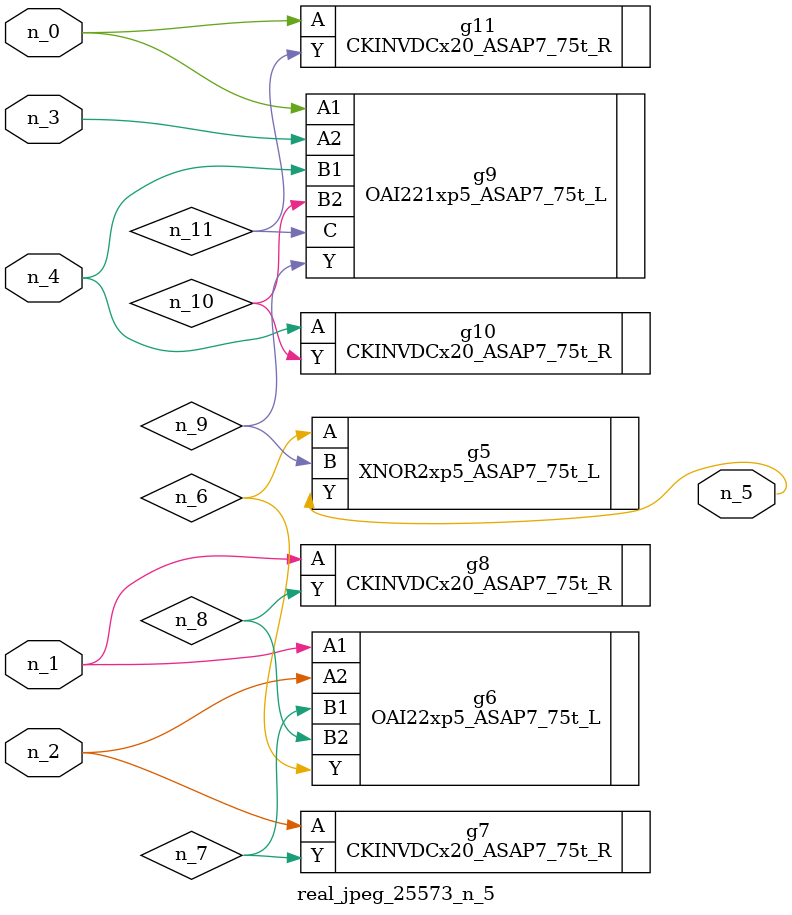
<source format=v>
module real_jpeg_25573_n_5 (n_4, n_0, n_1, n_2, n_3, n_5);

input n_4;
input n_0;
input n_1;
input n_2;
input n_3;

output n_5;

wire n_8;
wire n_11;
wire n_6;
wire n_7;
wire n_10;
wire n_9;

OAI221xp5_ASAP7_75t_L g9 ( 
.A1(n_0),
.A2(n_3),
.B1(n_4),
.B2(n_10),
.C(n_11),
.Y(n_9)
);

CKINVDCx20_ASAP7_75t_R g11 ( 
.A(n_0),
.Y(n_11)
);

OAI22xp5_ASAP7_75t_L g6 ( 
.A1(n_1),
.A2(n_2),
.B1(n_7),
.B2(n_8),
.Y(n_6)
);

CKINVDCx20_ASAP7_75t_R g8 ( 
.A(n_1),
.Y(n_8)
);

CKINVDCx20_ASAP7_75t_R g7 ( 
.A(n_2),
.Y(n_7)
);

CKINVDCx20_ASAP7_75t_R g10 ( 
.A(n_4),
.Y(n_10)
);

XNOR2xp5_ASAP7_75t_L g5 ( 
.A(n_6),
.B(n_9),
.Y(n_5)
);


endmodule
</source>
